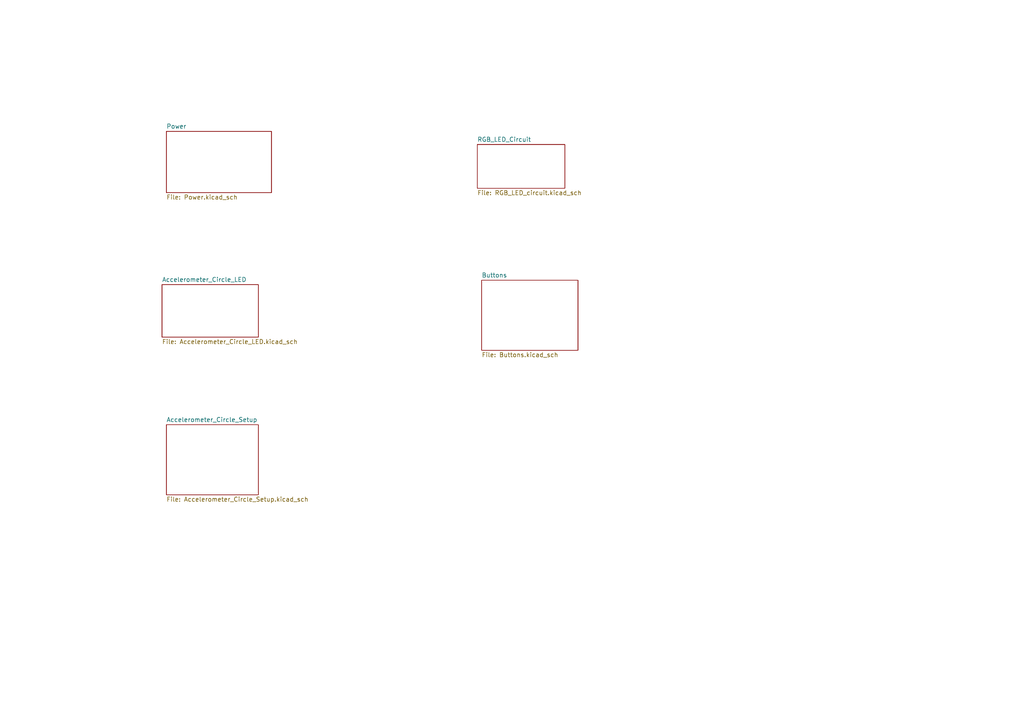
<source format=kicad_sch>
(kicad_sch
	(version 20250114)
	(generator "eeschema")
	(generator_version "9.0")
	(uuid "28a1e4b0-497b-455a-8c80-759850e7b173")
	(paper "A4")
	(lib_symbols)
	(sheet
		(at 139.7 81.28)
		(size 27.94 20.32)
		(exclude_from_sim no)
		(in_bom yes)
		(on_board yes)
		(dnp no)
		(fields_autoplaced yes)
		(stroke
			(width 0.1524)
			(type solid)
		)
		(fill
			(color 0 0 0 0.0000)
		)
		(uuid "06731789-f6b8-4cf9-a4ef-6065a138a8f1")
		(property "Sheetname" "Buttons"
			(at 139.7 80.5684 0)
			(effects
				(font
					(size 1.27 1.27)
				)
				(justify left bottom)
			)
		)
		(property "Sheetfile" "Buttons.kicad_sch"
			(at 139.7 102.1846 0)
			(effects
				(font
					(size 1.27 1.27)
				)
				(justify left top)
			)
		)
		(instances
			(project "BusinessCardV1"
				(path "/28a1e4b0-497b-455a-8c80-759850e7b173"
					(page "5")
				)
			)
		)
	)
	(sheet
		(at 138.43 41.91)
		(size 25.4 12.7)
		(exclude_from_sim no)
		(in_bom yes)
		(on_board yes)
		(dnp no)
		(fields_autoplaced yes)
		(stroke
			(width 0.1524)
			(type solid)
		)
		(fill
			(color 0 0 0 0.0000)
		)
		(uuid "3d5f4a94-d08e-45fb-bba7-29ec81636d6c")
		(property "Sheetname" "RGB_LED_Circuit"
			(at 138.43 41.1984 0)
			(effects
				(font
					(size 1.27 1.27)
				)
				(justify left bottom)
			)
		)
		(property "Sheetfile" "RGB_LED_circuit.kicad_sch"
			(at 138.43 55.1946 0)
			(effects
				(font
					(size 1.27 1.27)
				)
				(justify left top)
			)
		)
		(instances
			(project "BusinessCardV1"
				(path "/28a1e4b0-497b-455a-8c80-759850e7b173"
					(page "3")
				)
			)
		)
	)
	(sheet
		(at 48.26 38.1)
		(size 30.48 17.78)
		(exclude_from_sim no)
		(in_bom yes)
		(on_board yes)
		(dnp no)
		(fields_autoplaced yes)
		(stroke
			(width 0.1524)
			(type solid)
		)
		(fill
			(color 0 0 0 0.0000)
		)
		(uuid "9de3a60e-6635-4d18-85fa-31055f93e53d")
		(property "Sheetname" "Power"
			(at 48.26 37.3884 0)
			(effects
				(font
					(size 1.27 1.27)
				)
				(justify left bottom)
			)
		)
		(property "Sheetfile" "Power.kicad_sch"
			(at 48.26 56.4646 0)
			(effects
				(font
					(size 1.27 1.27)
				)
				(justify left top)
			)
		)
		(instances
			(project "BusinessCardV1"
				(path "/28a1e4b0-497b-455a-8c80-759850e7b173"
					(page "2")
				)
			)
		)
	)
	(sheet
		(at 46.99 82.55)
		(size 27.94 15.24)
		(exclude_from_sim no)
		(in_bom yes)
		(on_board yes)
		(dnp no)
		(fields_autoplaced yes)
		(stroke
			(width 0.1524)
			(type solid)
		)
		(fill
			(color 0 0 0 0.0000)
		)
		(uuid "bb75b1ab-3247-4d76-a79d-e5920cedd94d")
		(property "Sheetname" "Accelerometer_Circle_LED"
			(at 46.99 81.8384 0)
			(effects
				(font
					(size 1.27 1.27)
				)
				(justify left bottom)
			)
		)
		(property "Sheetfile" "Accelerometer_Circle_LED.kicad_sch"
			(at 46.99 98.3746 0)
			(effects
				(font
					(size 1.27 1.27)
				)
				(justify left top)
			)
		)
		(instances
			(project "BusinessCardV1"
				(path "/28a1e4b0-497b-455a-8c80-759850e7b173"
					(page "4")
				)
			)
		)
	)
	(sheet
		(at 48.26 123.19)
		(size 26.67 20.32)
		(exclude_from_sim no)
		(in_bom yes)
		(on_board yes)
		(dnp no)
		(fields_autoplaced yes)
		(stroke
			(width 0.1524)
			(type solid)
		)
		(fill
			(color 0 0 0 0.0000)
		)
		(uuid "ddee4a38-9975-4d83-b22a-449e651bd504")
		(property "Sheetname" "Accelerometer_Circle_Setup"
			(at 48.26 122.4784 0)
			(effects
				(font
					(size 1.27 1.27)
				)
				(justify left bottom)
			)
		)
		(property "Sheetfile" "Accelerometer_Circle_Setup.kicad_sch"
			(at 48.26 144.0946 0)
			(effects
				(font
					(size 1.27 1.27)
				)
				(justify left top)
			)
		)
		(instances
			(project "BusinessCardV1"
				(path "/28a1e4b0-497b-455a-8c80-759850e7b173"
					(page "6")
				)
			)
		)
	)
	(sheet_instances
		(path "/"
			(page "1")
		)
	)
	(embedded_fonts no)
)

</source>
